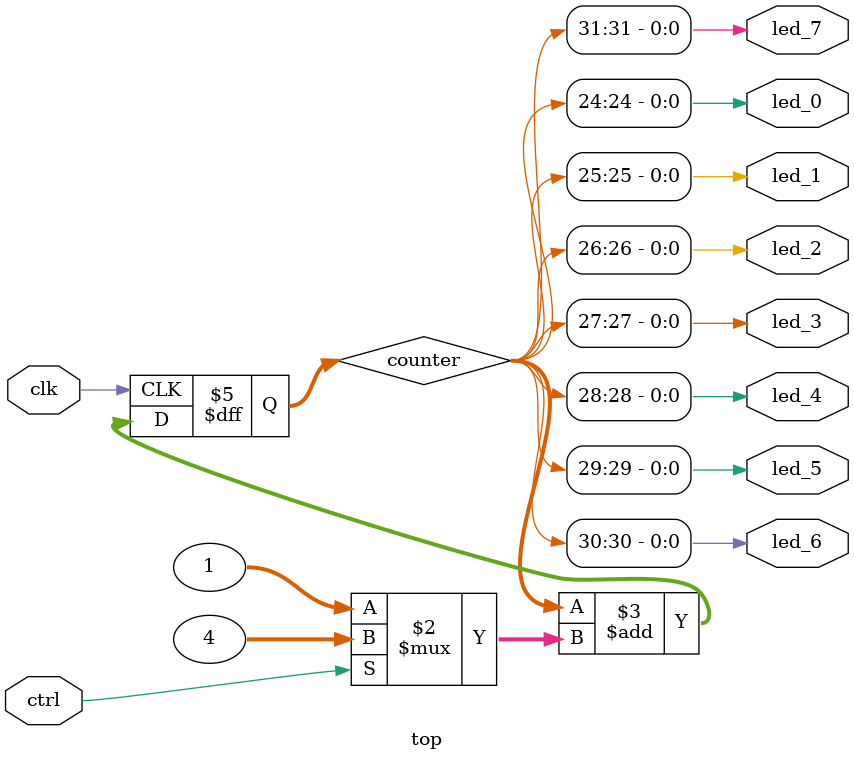
<source format=v>
module top(clk, ctrl, led_7, led_6, led_5, led_4, led_3, led_2, led_1, led_0);

input clk, ctrl;
output led_7, led_6, led_5, led_4;
output led_3, led_2, led_1, led_0;

reg [31:0] counter;

always @(posedge clk)
	counter <= counter + (ctrl ? 4 : 1);

assign {led_7, led_6, led_5, led_4, led_3, led_2, led_1, led_0} = counter >> 24;

endmodule

</source>
